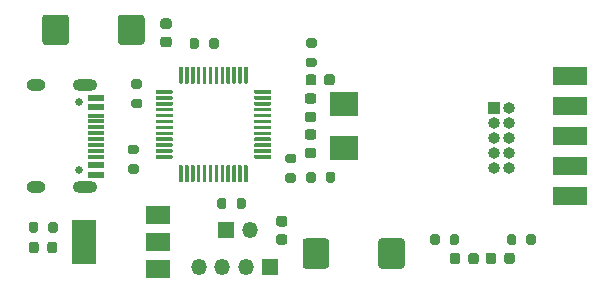
<source format=gbr>
%TF.GenerationSoftware,KiCad,Pcbnew,(5.1.9-0-10_14)*%
%TF.CreationDate,2021-03-11T22:52:10+08:00*%
%TF.ProjectId,stlinkv21,73746c69-6e6b-4763-9231-2e6b69636164,rev?*%
%TF.SameCoordinates,Original*%
%TF.FileFunction,Soldermask,Top*%
%TF.FilePolarity,Negative*%
%FSLAX46Y46*%
G04 Gerber Fmt 4.6, Leading zero omitted, Abs format (unit mm)*
G04 Created by KiCad (PCBNEW (5.1.9-0-10_14)) date 2021-03-11 22:52:10*
%MOMM*%
%LPD*%
G01*
G04 APERTURE LIST*
%ADD10R,2.400000X2.000000*%
%ADD11R,2.000000X1.500000*%
%ADD12R,2.000000X3.800000*%
%ADD13R,2.999994X1.519936*%
%ADD14O,1.350000X1.350000*%
%ADD15R,1.350000X1.350000*%
%ADD16O,1.000000X1.000000*%
%ADD17R,1.000000X1.000000*%
%ADD18R,1.450000X0.600000*%
%ADD19R,1.450000X0.300000*%
%ADD20O,2.100000X1.000000*%
%ADD21C,0.650000*%
%ADD22O,1.600000X1.000000*%
G04 APERTURE END LIST*
%TO.C,C6*%
G36*
G01*
X130955000Y-98205001D02*
X130955000Y-96154999D01*
G75*
G02*
X131204999Y-95905000I249999J0D01*
G01*
X132955001Y-95905000D01*
G75*
G02*
X133205000Y-96154999I0J-249999D01*
G01*
X133205000Y-98205001D01*
G75*
G02*
X132955001Y-98455000I-249999J0D01*
G01*
X131204999Y-98455000D01*
G75*
G02*
X130955000Y-98205001I0J249999D01*
G01*
G37*
G36*
G01*
X124555000Y-98205001D02*
X124555000Y-96154999D01*
G75*
G02*
X124804999Y-95905000I249999J0D01*
G01*
X126555001Y-95905000D01*
G75*
G02*
X126805000Y-96154999I0J-249999D01*
G01*
X126805000Y-98205001D01*
G75*
G02*
X126555001Y-98455000I-249999J0D01*
G01*
X124804999Y-98455000D01*
G75*
G02*
X124555000Y-98205001I0J249999D01*
G01*
G37*
%TD*%
%TO.C,C4*%
G36*
G01*
X108915000Y-79265001D02*
X108915000Y-77214999D01*
G75*
G02*
X109164999Y-76965000I249999J0D01*
G01*
X110915001Y-76965000D01*
G75*
G02*
X111165000Y-77214999I0J-249999D01*
G01*
X111165000Y-79265001D01*
G75*
G02*
X110915001Y-79515000I-249999J0D01*
G01*
X109164999Y-79515000D01*
G75*
G02*
X108915000Y-79265001I0J249999D01*
G01*
G37*
G36*
G01*
X102515000Y-79265001D02*
X102515000Y-77214999D01*
G75*
G02*
X102764999Y-76965000I249999J0D01*
G01*
X104515001Y-76965000D01*
G75*
G02*
X104765000Y-77214999I0J-249999D01*
G01*
X104765000Y-79265001D01*
G75*
G02*
X104515001Y-79515000I-249999J0D01*
G01*
X102764999Y-79515000D01*
G75*
G02*
X102515000Y-79265001I0J249999D01*
G01*
G37*
%TD*%
D10*
%TO.C,Y1*%
X128016000Y-84510000D03*
X128016000Y-88210000D03*
%TD*%
%TO.C,R12*%
G36*
G01*
X109945000Y-89615000D02*
X110495000Y-89615000D01*
G75*
G02*
X110695000Y-89815000I0J-200000D01*
G01*
X110695000Y-90215000D01*
G75*
G02*
X110495000Y-90415000I-200000J0D01*
G01*
X109945000Y-90415000D01*
G75*
G02*
X109745000Y-90215000I0J200000D01*
G01*
X109745000Y-89815000D01*
G75*
G02*
X109945000Y-89615000I200000J0D01*
G01*
G37*
G36*
G01*
X109945000Y-87965000D02*
X110495000Y-87965000D01*
G75*
G02*
X110695000Y-88165000I0J-200000D01*
G01*
X110695000Y-88565000D01*
G75*
G02*
X110495000Y-88765000I-200000J0D01*
G01*
X109945000Y-88765000D01*
G75*
G02*
X109745000Y-88565000I0J200000D01*
G01*
X109745000Y-88165000D01*
G75*
G02*
X109945000Y-87965000I200000J0D01*
G01*
G37*
%TD*%
%TO.C,R11*%
G36*
G01*
X125555000Y-79755000D02*
X125005000Y-79755000D01*
G75*
G02*
X124805000Y-79555000I0J200000D01*
G01*
X124805000Y-79155000D01*
G75*
G02*
X125005000Y-78955000I200000J0D01*
G01*
X125555000Y-78955000D01*
G75*
G02*
X125755000Y-79155000I0J-200000D01*
G01*
X125755000Y-79555000D01*
G75*
G02*
X125555000Y-79755000I-200000J0D01*
G01*
G37*
G36*
G01*
X125555000Y-81405000D02*
X125005000Y-81405000D01*
G75*
G02*
X124805000Y-81205000I0J200000D01*
G01*
X124805000Y-80805000D01*
G75*
G02*
X125005000Y-80605000I200000J0D01*
G01*
X125555000Y-80605000D01*
G75*
G02*
X125755000Y-80805000I0J-200000D01*
G01*
X125755000Y-81205000D01*
G75*
G02*
X125555000Y-81405000I-200000J0D01*
G01*
G37*
%TD*%
%TO.C,R10*%
G36*
G01*
X110225000Y-84085000D02*
X110775000Y-84085000D01*
G75*
G02*
X110975000Y-84285000I0J-200000D01*
G01*
X110975000Y-84685000D01*
G75*
G02*
X110775000Y-84885000I-200000J0D01*
G01*
X110225000Y-84885000D01*
G75*
G02*
X110025000Y-84685000I0J200000D01*
G01*
X110025000Y-84285000D01*
G75*
G02*
X110225000Y-84085000I200000J0D01*
G01*
G37*
G36*
G01*
X110225000Y-82435000D02*
X110775000Y-82435000D01*
G75*
G02*
X110975000Y-82635000I0J-200000D01*
G01*
X110975000Y-83035000D01*
G75*
G02*
X110775000Y-83235000I-200000J0D01*
G01*
X110225000Y-83235000D01*
G75*
G02*
X110025000Y-83035000I0J200000D01*
G01*
X110025000Y-82635000D01*
G75*
G02*
X110225000Y-82435000I200000J0D01*
G01*
G37*
%TD*%
%TO.C,R9*%
G36*
G01*
X123265000Y-90395000D02*
X123815000Y-90395000D01*
G75*
G02*
X124015000Y-90595000I0J-200000D01*
G01*
X124015000Y-90995000D01*
G75*
G02*
X123815000Y-91195000I-200000J0D01*
G01*
X123265000Y-91195000D01*
G75*
G02*
X123065000Y-90995000I0J200000D01*
G01*
X123065000Y-90595000D01*
G75*
G02*
X123265000Y-90395000I200000J0D01*
G01*
G37*
G36*
G01*
X123265000Y-88745000D02*
X123815000Y-88745000D01*
G75*
G02*
X124015000Y-88945000I0J-200000D01*
G01*
X124015000Y-89345000D01*
G75*
G02*
X123815000Y-89545000I-200000J0D01*
G01*
X123265000Y-89545000D01*
G75*
G02*
X123065000Y-89345000I0J200000D01*
G01*
X123065000Y-88945000D01*
G75*
G02*
X123265000Y-88745000I200000J0D01*
G01*
G37*
%TD*%
%TO.C,R8*%
G36*
G01*
X126525000Y-90995000D02*
X126525000Y-90445000D01*
G75*
G02*
X126725000Y-90245000I200000J0D01*
G01*
X127125000Y-90245000D01*
G75*
G02*
X127325000Y-90445000I0J-200000D01*
G01*
X127325000Y-90995000D01*
G75*
G02*
X127125000Y-91195000I-200000J0D01*
G01*
X126725000Y-91195000D01*
G75*
G02*
X126525000Y-90995000I0J200000D01*
G01*
G37*
G36*
G01*
X124875000Y-90995000D02*
X124875000Y-90445000D01*
G75*
G02*
X125075000Y-90245000I200000J0D01*
G01*
X125475000Y-90245000D01*
G75*
G02*
X125675000Y-90445000I0J-200000D01*
G01*
X125675000Y-90995000D01*
G75*
G02*
X125475000Y-91195000I-200000J0D01*
G01*
X125075000Y-91195000D01*
G75*
G02*
X124875000Y-90995000I0J200000D01*
G01*
G37*
%TD*%
%TO.C,C7*%
G36*
G01*
X126365000Y-82720000D02*
X126365000Y-82220000D01*
G75*
G02*
X126590000Y-81995000I225000J0D01*
G01*
X127040000Y-81995000D01*
G75*
G02*
X127265000Y-82220000I0J-225000D01*
G01*
X127265000Y-82720000D01*
G75*
G02*
X127040000Y-82945000I-225000J0D01*
G01*
X126590000Y-82945000D01*
G75*
G02*
X126365000Y-82720000I0J225000D01*
G01*
G37*
G36*
G01*
X124815000Y-82720000D02*
X124815000Y-82220000D01*
G75*
G02*
X125040000Y-81995000I225000J0D01*
G01*
X125490000Y-81995000D01*
G75*
G02*
X125715000Y-82220000I0J-225000D01*
G01*
X125715000Y-82720000D01*
G75*
G02*
X125490000Y-82945000I-225000J0D01*
G01*
X125040000Y-82945000D01*
G75*
G02*
X124815000Y-82720000I0J225000D01*
G01*
G37*
%TD*%
%TO.C,C5*%
G36*
G01*
X123030000Y-94895000D02*
X122530000Y-94895000D01*
G75*
G02*
X122305000Y-94670000I0J225000D01*
G01*
X122305000Y-94220000D01*
G75*
G02*
X122530000Y-93995000I225000J0D01*
G01*
X123030000Y-93995000D01*
G75*
G02*
X123255000Y-94220000I0J-225000D01*
G01*
X123255000Y-94670000D01*
G75*
G02*
X123030000Y-94895000I-225000J0D01*
G01*
G37*
G36*
G01*
X123030000Y-96445000D02*
X122530000Y-96445000D01*
G75*
G02*
X122305000Y-96220000I0J225000D01*
G01*
X122305000Y-95770000D01*
G75*
G02*
X122530000Y-95545000I225000J0D01*
G01*
X123030000Y-95545000D01*
G75*
G02*
X123255000Y-95770000I0J-225000D01*
G01*
X123255000Y-96220000D01*
G75*
G02*
X123030000Y-96445000I-225000J0D01*
G01*
G37*
%TD*%
%TO.C,C3*%
G36*
G01*
X113240000Y-78175000D02*
X112740000Y-78175000D01*
G75*
G02*
X112515000Y-77950000I0J225000D01*
G01*
X112515000Y-77500000D01*
G75*
G02*
X112740000Y-77275000I225000J0D01*
G01*
X113240000Y-77275000D01*
G75*
G02*
X113465000Y-77500000I0J-225000D01*
G01*
X113465000Y-77950000D01*
G75*
G02*
X113240000Y-78175000I-225000J0D01*
G01*
G37*
G36*
G01*
X113240000Y-79725000D02*
X112740000Y-79725000D01*
G75*
G02*
X112515000Y-79500000I0J225000D01*
G01*
X112515000Y-79050000D01*
G75*
G02*
X112740000Y-78825000I225000J0D01*
G01*
X113240000Y-78825000D01*
G75*
G02*
X113465000Y-79050000I0J-225000D01*
G01*
X113465000Y-79500000D01*
G75*
G02*
X113240000Y-79725000I-225000J0D01*
G01*
G37*
%TD*%
%TO.C,C2*%
G36*
G01*
X124972000Y-85161000D02*
X125472000Y-85161000D01*
G75*
G02*
X125697000Y-85386000I0J-225000D01*
G01*
X125697000Y-85836000D01*
G75*
G02*
X125472000Y-86061000I-225000J0D01*
G01*
X124972000Y-86061000D01*
G75*
G02*
X124747000Y-85836000I0J225000D01*
G01*
X124747000Y-85386000D01*
G75*
G02*
X124972000Y-85161000I225000J0D01*
G01*
G37*
G36*
G01*
X124972000Y-83611000D02*
X125472000Y-83611000D01*
G75*
G02*
X125697000Y-83836000I0J-225000D01*
G01*
X125697000Y-84286000D01*
G75*
G02*
X125472000Y-84511000I-225000J0D01*
G01*
X124972000Y-84511000D01*
G75*
G02*
X124747000Y-84286000I0J225000D01*
G01*
X124747000Y-83836000D01*
G75*
G02*
X124972000Y-83611000I225000J0D01*
G01*
G37*
%TD*%
%TO.C,C1*%
G36*
G01*
X125472000Y-87559000D02*
X124972000Y-87559000D01*
G75*
G02*
X124747000Y-87334000I0J225000D01*
G01*
X124747000Y-86884000D01*
G75*
G02*
X124972000Y-86659000I225000J0D01*
G01*
X125472000Y-86659000D01*
G75*
G02*
X125697000Y-86884000I0J-225000D01*
G01*
X125697000Y-87334000D01*
G75*
G02*
X125472000Y-87559000I-225000J0D01*
G01*
G37*
G36*
G01*
X125472000Y-89109000D02*
X124972000Y-89109000D01*
G75*
G02*
X124747000Y-88884000I0J225000D01*
G01*
X124747000Y-88434000D01*
G75*
G02*
X124972000Y-88209000I225000J0D01*
G01*
X125472000Y-88209000D01*
G75*
G02*
X125697000Y-88434000I0J-225000D01*
G01*
X125697000Y-88884000D01*
G75*
G02*
X125472000Y-89109000I-225000J0D01*
G01*
G37*
%TD*%
%TO.C,U1*%
G36*
G01*
X119900000Y-89750000D02*
X119900000Y-91075000D01*
G75*
G02*
X119825000Y-91150000I-75000J0D01*
G01*
X119675000Y-91150000D01*
G75*
G02*
X119600000Y-91075000I0J75000D01*
G01*
X119600000Y-89750000D01*
G75*
G02*
X119675000Y-89675000I75000J0D01*
G01*
X119825000Y-89675000D01*
G75*
G02*
X119900000Y-89750000I0J-75000D01*
G01*
G37*
G36*
G01*
X119400000Y-89750000D02*
X119400000Y-91075000D01*
G75*
G02*
X119325000Y-91150000I-75000J0D01*
G01*
X119175000Y-91150000D01*
G75*
G02*
X119100000Y-91075000I0J75000D01*
G01*
X119100000Y-89750000D01*
G75*
G02*
X119175000Y-89675000I75000J0D01*
G01*
X119325000Y-89675000D01*
G75*
G02*
X119400000Y-89750000I0J-75000D01*
G01*
G37*
G36*
G01*
X118900000Y-89750000D02*
X118900000Y-91075000D01*
G75*
G02*
X118825000Y-91150000I-75000J0D01*
G01*
X118675000Y-91150000D01*
G75*
G02*
X118600000Y-91075000I0J75000D01*
G01*
X118600000Y-89750000D01*
G75*
G02*
X118675000Y-89675000I75000J0D01*
G01*
X118825000Y-89675000D01*
G75*
G02*
X118900000Y-89750000I0J-75000D01*
G01*
G37*
G36*
G01*
X118400000Y-89750000D02*
X118400000Y-91075000D01*
G75*
G02*
X118325000Y-91150000I-75000J0D01*
G01*
X118175000Y-91150000D01*
G75*
G02*
X118100000Y-91075000I0J75000D01*
G01*
X118100000Y-89750000D01*
G75*
G02*
X118175000Y-89675000I75000J0D01*
G01*
X118325000Y-89675000D01*
G75*
G02*
X118400000Y-89750000I0J-75000D01*
G01*
G37*
G36*
G01*
X117900000Y-89750000D02*
X117900000Y-91075000D01*
G75*
G02*
X117825000Y-91150000I-75000J0D01*
G01*
X117675000Y-91150000D01*
G75*
G02*
X117600000Y-91075000I0J75000D01*
G01*
X117600000Y-89750000D01*
G75*
G02*
X117675000Y-89675000I75000J0D01*
G01*
X117825000Y-89675000D01*
G75*
G02*
X117900000Y-89750000I0J-75000D01*
G01*
G37*
G36*
G01*
X117400000Y-89750000D02*
X117400000Y-91075000D01*
G75*
G02*
X117325000Y-91150000I-75000J0D01*
G01*
X117175000Y-91150000D01*
G75*
G02*
X117100000Y-91075000I0J75000D01*
G01*
X117100000Y-89750000D01*
G75*
G02*
X117175000Y-89675000I75000J0D01*
G01*
X117325000Y-89675000D01*
G75*
G02*
X117400000Y-89750000I0J-75000D01*
G01*
G37*
G36*
G01*
X116900000Y-89750000D02*
X116900000Y-91075000D01*
G75*
G02*
X116825000Y-91150000I-75000J0D01*
G01*
X116675000Y-91150000D01*
G75*
G02*
X116600000Y-91075000I0J75000D01*
G01*
X116600000Y-89750000D01*
G75*
G02*
X116675000Y-89675000I75000J0D01*
G01*
X116825000Y-89675000D01*
G75*
G02*
X116900000Y-89750000I0J-75000D01*
G01*
G37*
G36*
G01*
X116400000Y-89750000D02*
X116400000Y-91075000D01*
G75*
G02*
X116325000Y-91150000I-75000J0D01*
G01*
X116175000Y-91150000D01*
G75*
G02*
X116100000Y-91075000I0J75000D01*
G01*
X116100000Y-89750000D01*
G75*
G02*
X116175000Y-89675000I75000J0D01*
G01*
X116325000Y-89675000D01*
G75*
G02*
X116400000Y-89750000I0J-75000D01*
G01*
G37*
G36*
G01*
X115900000Y-89750000D02*
X115900000Y-91075000D01*
G75*
G02*
X115825000Y-91150000I-75000J0D01*
G01*
X115675000Y-91150000D01*
G75*
G02*
X115600000Y-91075000I0J75000D01*
G01*
X115600000Y-89750000D01*
G75*
G02*
X115675000Y-89675000I75000J0D01*
G01*
X115825000Y-89675000D01*
G75*
G02*
X115900000Y-89750000I0J-75000D01*
G01*
G37*
G36*
G01*
X115400000Y-89750000D02*
X115400000Y-91075000D01*
G75*
G02*
X115325000Y-91150000I-75000J0D01*
G01*
X115175000Y-91150000D01*
G75*
G02*
X115100000Y-91075000I0J75000D01*
G01*
X115100000Y-89750000D01*
G75*
G02*
X115175000Y-89675000I75000J0D01*
G01*
X115325000Y-89675000D01*
G75*
G02*
X115400000Y-89750000I0J-75000D01*
G01*
G37*
G36*
G01*
X114900000Y-89750000D02*
X114900000Y-91075000D01*
G75*
G02*
X114825000Y-91150000I-75000J0D01*
G01*
X114675000Y-91150000D01*
G75*
G02*
X114600000Y-91075000I0J75000D01*
G01*
X114600000Y-89750000D01*
G75*
G02*
X114675000Y-89675000I75000J0D01*
G01*
X114825000Y-89675000D01*
G75*
G02*
X114900000Y-89750000I0J-75000D01*
G01*
G37*
G36*
G01*
X114400000Y-89750000D02*
X114400000Y-91075000D01*
G75*
G02*
X114325000Y-91150000I-75000J0D01*
G01*
X114175000Y-91150000D01*
G75*
G02*
X114100000Y-91075000I0J75000D01*
G01*
X114100000Y-89750000D01*
G75*
G02*
X114175000Y-89675000I75000J0D01*
G01*
X114325000Y-89675000D01*
G75*
G02*
X114400000Y-89750000I0J-75000D01*
G01*
G37*
G36*
G01*
X113575000Y-88925000D02*
X113575000Y-89075000D01*
G75*
G02*
X113500000Y-89150000I-75000J0D01*
G01*
X112175000Y-89150000D01*
G75*
G02*
X112100000Y-89075000I0J75000D01*
G01*
X112100000Y-88925000D01*
G75*
G02*
X112175000Y-88850000I75000J0D01*
G01*
X113500000Y-88850000D01*
G75*
G02*
X113575000Y-88925000I0J-75000D01*
G01*
G37*
G36*
G01*
X113575000Y-88425000D02*
X113575000Y-88575000D01*
G75*
G02*
X113500000Y-88650000I-75000J0D01*
G01*
X112175000Y-88650000D01*
G75*
G02*
X112100000Y-88575000I0J75000D01*
G01*
X112100000Y-88425000D01*
G75*
G02*
X112175000Y-88350000I75000J0D01*
G01*
X113500000Y-88350000D01*
G75*
G02*
X113575000Y-88425000I0J-75000D01*
G01*
G37*
G36*
G01*
X113575000Y-87925000D02*
X113575000Y-88075000D01*
G75*
G02*
X113500000Y-88150000I-75000J0D01*
G01*
X112175000Y-88150000D01*
G75*
G02*
X112100000Y-88075000I0J75000D01*
G01*
X112100000Y-87925000D01*
G75*
G02*
X112175000Y-87850000I75000J0D01*
G01*
X113500000Y-87850000D01*
G75*
G02*
X113575000Y-87925000I0J-75000D01*
G01*
G37*
G36*
G01*
X113575000Y-87425000D02*
X113575000Y-87575000D01*
G75*
G02*
X113500000Y-87650000I-75000J0D01*
G01*
X112175000Y-87650000D01*
G75*
G02*
X112100000Y-87575000I0J75000D01*
G01*
X112100000Y-87425000D01*
G75*
G02*
X112175000Y-87350000I75000J0D01*
G01*
X113500000Y-87350000D01*
G75*
G02*
X113575000Y-87425000I0J-75000D01*
G01*
G37*
G36*
G01*
X113575000Y-86925000D02*
X113575000Y-87075000D01*
G75*
G02*
X113500000Y-87150000I-75000J0D01*
G01*
X112175000Y-87150000D01*
G75*
G02*
X112100000Y-87075000I0J75000D01*
G01*
X112100000Y-86925000D01*
G75*
G02*
X112175000Y-86850000I75000J0D01*
G01*
X113500000Y-86850000D01*
G75*
G02*
X113575000Y-86925000I0J-75000D01*
G01*
G37*
G36*
G01*
X113575000Y-86425000D02*
X113575000Y-86575000D01*
G75*
G02*
X113500000Y-86650000I-75000J0D01*
G01*
X112175000Y-86650000D01*
G75*
G02*
X112100000Y-86575000I0J75000D01*
G01*
X112100000Y-86425000D01*
G75*
G02*
X112175000Y-86350000I75000J0D01*
G01*
X113500000Y-86350000D01*
G75*
G02*
X113575000Y-86425000I0J-75000D01*
G01*
G37*
G36*
G01*
X113575000Y-85925000D02*
X113575000Y-86075000D01*
G75*
G02*
X113500000Y-86150000I-75000J0D01*
G01*
X112175000Y-86150000D01*
G75*
G02*
X112100000Y-86075000I0J75000D01*
G01*
X112100000Y-85925000D01*
G75*
G02*
X112175000Y-85850000I75000J0D01*
G01*
X113500000Y-85850000D01*
G75*
G02*
X113575000Y-85925000I0J-75000D01*
G01*
G37*
G36*
G01*
X113575000Y-85425000D02*
X113575000Y-85575000D01*
G75*
G02*
X113500000Y-85650000I-75000J0D01*
G01*
X112175000Y-85650000D01*
G75*
G02*
X112100000Y-85575000I0J75000D01*
G01*
X112100000Y-85425000D01*
G75*
G02*
X112175000Y-85350000I75000J0D01*
G01*
X113500000Y-85350000D01*
G75*
G02*
X113575000Y-85425000I0J-75000D01*
G01*
G37*
G36*
G01*
X113575000Y-84925000D02*
X113575000Y-85075000D01*
G75*
G02*
X113500000Y-85150000I-75000J0D01*
G01*
X112175000Y-85150000D01*
G75*
G02*
X112100000Y-85075000I0J75000D01*
G01*
X112100000Y-84925000D01*
G75*
G02*
X112175000Y-84850000I75000J0D01*
G01*
X113500000Y-84850000D01*
G75*
G02*
X113575000Y-84925000I0J-75000D01*
G01*
G37*
G36*
G01*
X113575000Y-84425000D02*
X113575000Y-84575000D01*
G75*
G02*
X113500000Y-84650000I-75000J0D01*
G01*
X112175000Y-84650000D01*
G75*
G02*
X112100000Y-84575000I0J75000D01*
G01*
X112100000Y-84425000D01*
G75*
G02*
X112175000Y-84350000I75000J0D01*
G01*
X113500000Y-84350000D01*
G75*
G02*
X113575000Y-84425000I0J-75000D01*
G01*
G37*
G36*
G01*
X113575000Y-83925000D02*
X113575000Y-84075000D01*
G75*
G02*
X113500000Y-84150000I-75000J0D01*
G01*
X112175000Y-84150000D01*
G75*
G02*
X112100000Y-84075000I0J75000D01*
G01*
X112100000Y-83925000D01*
G75*
G02*
X112175000Y-83850000I75000J0D01*
G01*
X113500000Y-83850000D01*
G75*
G02*
X113575000Y-83925000I0J-75000D01*
G01*
G37*
G36*
G01*
X113575000Y-83425000D02*
X113575000Y-83575000D01*
G75*
G02*
X113500000Y-83650000I-75000J0D01*
G01*
X112175000Y-83650000D01*
G75*
G02*
X112100000Y-83575000I0J75000D01*
G01*
X112100000Y-83425000D01*
G75*
G02*
X112175000Y-83350000I75000J0D01*
G01*
X113500000Y-83350000D01*
G75*
G02*
X113575000Y-83425000I0J-75000D01*
G01*
G37*
G36*
G01*
X114400000Y-81425000D02*
X114400000Y-82750000D01*
G75*
G02*
X114325000Y-82825000I-75000J0D01*
G01*
X114175000Y-82825000D01*
G75*
G02*
X114100000Y-82750000I0J75000D01*
G01*
X114100000Y-81425000D01*
G75*
G02*
X114175000Y-81350000I75000J0D01*
G01*
X114325000Y-81350000D01*
G75*
G02*
X114400000Y-81425000I0J-75000D01*
G01*
G37*
G36*
G01*
X114900000Y-81425000D02*
X114900000Y-82750000D01*
G75*
G02*
X114825000Y-82825000I-75000J0D01*
G01*
X114675000Y-82825000D01*
G75*
G02*
X114600000Y-82750000I0J75000D01*
G01*
X114600000Y-81425000D01*
G75*
G02*
X114675000Y-81350000I75000J0D01*
G01*
X114825000Y-81350000D01*
G75*
G02*
X114900000Y-81425000I0J-75000D01*
G01*
G37*
G36*
G01*
X115400000Y-81425000D02*
X115400000Y-82750000D01*
G75*
G02*
X115325000Y-82825000I-75000J0D01*
G01*
X115175000Y-82825000D01*
G75*
G02*
X115100000Y-82750000I0J75000D01*
G01*
X115100000Y-81425000D01*
G75*
G02*
X115175000Y-81350000I75000J0D01*
G01*
X115325000Y-81350000D01*
G75*
G02*
X115400000Y-81425000I0J-75000D01*
G01*
G37*
G36*
G01*
X115900000Y-81425000D02*
X115900000Y-82750000D01*
G75*
G02*
X115825000Y-82825000I-75000J0D01*
G01*
X115675000Y-82825000D01*
G75*
G02*
X115600000Y-82750000I0J75000D01*
G01*
X115600000Y-81425000D01*
G75*
G02*
X115675000Y-81350000I75000J0D01*
G01*
X115825000Y-81350000D01*
G75*
G02*
X115900000Y-81425000I0J-75000D01*
G01*
G37*
G36*
G01*
X116400000Y-81425000D02*
X116400000Y-82750000D01*
G75*
G02*
X116325000Y-82825000I-75000J0D01*
G01*
X116175000Y-82825000D01*
G75*
G02*
X116100000Y-82750000I0J75000D01*
G01*
X116100000Y-81425000D01*
G75*
G02*
X116175000Y-81350000I75000J0D01*
G01*
X116325000Y-81350000D01*
G75*
G02*
X116400000Y-81425000I0J-75000D01*
G01*
G37*
G36*
G01*
X116900000Y-81425000D02*
X116900000Y-82750000D01*
G75*
G02*
X116825000Y-82825000I-75000J0D01*
G01*
X116675000Y-82825000D01*
G75*
G02*
X116600000Y-82750000I0J75000D01*
G01*
X116600000Y-81425000D01*
G75*
G02*
X116675000Y-81350000I75000J0D01*
G01*
X116825000Y-81350000D01*
G75*
G02*
X116900000Y-81425000I0J-75000D01*
G01*
G37*
G36*
G01*
X117400000Y-81425000D02*
X117400000Y-82750000D01*
G75*
G02*
X117325000Y-82825000I-75000J0D01*
G01*
X117175000Y-82825000D01*
G75*
G02*
X117100000Y-82750000I0J75000D01*
G01*
X117100000Y-81425000D01*
G75*
G02*
X117175000Y-81350000I75000J0D01*
G01*
X117325000Y-81350000D01*
G75*
G02*
X117400000Y-81425000I0J-75000D01*
G01*
G37*
G36*
G01*
X117900000Y-81425000D02*
X117900000Y-82750000D01*
G75*
G02*
X117825000Y-82825000I-75000J0D01*
G01*
X117675000Y-82825000D01*
G75*
G02*
X117600000Y-82750000I0J75000D01*
G01*
X117600000Y-81425000D01*
G75*
G02*
X117675000Y-81350000I75000J0D01*
G01*
X117825000Y-81350000D01*
G75*
G02*
X117900000Y-81425000I0J-75000D01*
G01*
G37*
G36*
G01*
X118400000Y-81425000D02*
X118400000Y-82750000D01*
G75*
G02*
X118325000Y-82825000I-75000J0D01*
G01*
X118175000Y-82825000D01*
G75*
G02*
X118100000Y-82750000I0J75000D01*
G01*
X118100000Y-81425000D01*
G75*
G02*
X118175000Y-81350000I75000J0D01*
G01*
X118325000Y-81350000D01*
G75*
G02*
X118400000Y-81425000I0J-75000D01*
G01*
G37*
G36*
G01*
X118900000Y-81425000D02*
X118900000Y-82750000D01*
G75*
G02*
X118825000Y-82825000I-75000J0D01*
G01*
X118675000Y-82825000D01*
G75*
G02*
X118600000Y-82750000I0J75000D01*
G01*
X118600000Y-81425000D01*
G75*
G02*
X118675000Y-81350000I75000J0D01*
G01*
X118825000Y-81350000D01*
G75*
G02*
X118900000Y-81425000I0J-75000D01*
G01*
G37*
G36*
G01*
X119400000Y-81425000D02*
X119400000Y-82750000D01*
G75*
G02*
X119325000Y-82825000I-75000J0D01*
G01*
X119175000Y-82825000D01*
G75*
G02*
X119100000Y-82750000I0J75000D01*
G01*
X119100000Y-81425000D01*
G75*
G02*
X119175000Y-81350000I75000J0D01*
G01*
X119325000Y-81350000D01*
G75*
G02*
X119400000Y-81425000I0J-75000D01*
G01*
G37*
G36*
G01*
X119900000Y-81425000D02*
X119900000Y-82750000D01*
G75*
G02*
X119825000Y-82825000I-75000J0D01*
G01*
X119675000Y-82825000D01*
G75*
G02*
X119600000Y-82750000I0J75000D01*
G01*
X119600000Y-81425000D01*
G75*
G02*
X119675000Y-81350000I75000J0D01*
G01*
X119825000Y-81350000D01*
G75*
G02*
X119900000Y-81425000I0J-75000D01*
G01*
G37*
G36*
G01*
X121900000Y-83425000D02*
X121900000Y-83575000D01*
G75*
G02*
X121825000Y-83650000I-75000J0D01*
G01*
X120500000Y-83650000D01*
G75*
G02*
X120425000Y-83575000I0J75000D01*
G01*
X120425000Y-83425000D01*
G75*
G02*
X120500000Y-83350000I75000J0D01*
G01*
X121825000Y-83350000D01*
G75*
G02*
X121900000Y-83425000I0J-75000D01*
G01*
G37*
G36*
G01*
X121900000Y-83925000D02*
X121900000Y-84075000D01*
G75*
G02*
X121825000Y-84150000I-75000J0D01*
G01*
X120500000Y-84150000D01*
G75*
G02*
X120425000Y-84075000I0J75000D01*
G01*
X120425000Y-83925000D01*
G75*
G02*
X120500000Y-83850000I75000J0D01*
G01*
X121825000Y-83850000D01*
G75*
G02*
X121900000Y-83925000I0J-75000D01*
G01*
G37*
G36*
G01*
X121900000Y-84425000D02*
X121900000Y-84575000D01*
G75*
G02*
X121825000Y-84650000I-75000J0D01*
G01*
X120500000Y-84650000D01*
G75*
G02*
X120425000Y-84575000I0J75000D01*
G01*
X120425000Y-84425000D01*
G75*
G02*
X120500000Y-84350000I75000J0D01*
G01*
X121825000Y-84350000D01*
G75*
G02*
X121900000Y-84425000I0J-75000D01*
G01*
G37*
G36*
G01*
X121900000Y-84925000D02*
X121900000Y-85075000D01*
G75*
G02*
X121825000Y-85150000I-75000J0D01*
G01*
X120500000Y-85150000D01*
G75*
G02*
X120425000Y-85075000I0J75000D01*
G01*
X120425000Y-84925000D01*
G75*
G02*
X120500000Y-84850000I75000J0D01*
G01*
X121825000Y-84850000D01*
G75*
G02*
X121900000Y-84925000I0J-75000D01*
G01*
G37*
G36*
G01*
X121900000Y-85425000D02*
X121900000Y-85575000D01*
G75*
G02*
X121825000Y-85650000I-75000J0D01*
G01*
X120500000Y-85650000D01*
G75*
G02*
X120425000Y-85575000I0J75000D01*
G01*
X120425000Y-85425000D01*
G75*
G02*
X120500000Y-85350000I75000J0D01*
G01*
X121825000Y-85350000D01*
G75*
G02*
X121900000Y-85425000I0J-75000D01*
G01*
G37*
G36*
G01*
X121900000Y-85925000D02*
X121900000Y-86075000D01*
G75*
G02*
X121825000Y-86150000I-75000J0D01*
G01*
X120500000Y-86150000D01*
G75*
G02*
X120425000Y-86075000I0J75000D01*
G01*
X120425000Y-85925000D01*
G75*
G02*
X120500000Y-85850000I75000J0D01*
G01*
X121825000Y-85850000D01*
G75*
G02*
X121900000Y-85925000I0J-75000D01*
G01*
G37*
G36*
G01*
X121900000Y-86425000D02*
X121900000Y-86575000D01*
G75*
G02*
X121825000Y-86650000I-75000J0D01*
G01*
X120500000Y-86650000D01*
G75*
G02*
X120425000Y-86575000I0J75000D01*
G01*
X120425000Y-86425000D01*
G75*
G02*
X120500000Y-86350000I75000J0D01*
G01*
X121825000Y-86350000D01*
G75*
G02*
X121900000Y-86425000I0J-75000D01*
G01*
G37*
G36*
G01*
X121900000Y-86925000D02*
X121900000Y-87075000D01*
G75*
G02*
X121825000Y-87150000I-75000J0D01*
G01*
X120500000Y-87150000D01*
G75*
G02*
X120425000Y-87075000I0J75000D01*
G01*
X120425000Y-86925000D01*
G75*
G02*
X120500000Y-86850000I75000J0D01*
G01*
X121825000Y-86850000D01*
G75*
G02*
X121900000Y-86925000I0J-75000D01*
G01*
G37*
G36*
G01*
X121900000Y-87425000D02*
X121900000Y-87575000D01*
G75*
G02*
X121825000Y-87650000I-75000J0D01*
G01*
X120500000Y-87650000D01*
G75*
G02*
X120425000Y-87575000I0J75000D01*
G01*
X120425000Y-87425000D01*
G75*
G02*
X120500000Y-87350000I75000J0D01*
G01*
X121825000Y-87350000D01*
G75*
G02*
X121900000Y-87425000I0J-75000D01*
G01*
G37*
G36*
G01*
X121900000Y-87925000D02*
X121900000Y-88075000D01*
G75*
G02*
X121825000Y-88150000I-75000J0D01*
G01*
X120500000Y-88150000D01*
G75*
G02*
X120425000Y-88075000I0J75000D01*
G01*
X120425000Y-87925000D01*
G75*
G02*
X120500000Y-87850000I75000J0D01*
G01*
X121825000Y-87850000D01*
G75*
G02*
X121900000Y-87925000I0J-75000D01*
G01*
G37*
G36*
G01*
X121900000Y-88425000D02*
X121900000Y-88575000D01*
G75*
G02*
X121825000Y-88650000I-75000J0D01*
G01*
X120500000Y-88650000D01*
G75*
G02*
X120425000Y-88575000I0J75000D01*
G01*
X120425000Y-88425000D01*
G75*
G02*
X120500000Y-88350000I75000J0D01*
G01*
X121825000Y-88350000D01*
G75*
G02*
X121900000Y-88425000I0J-75000D01*
G01*
G37*
G36*
G01*
X121900000Y-88925000D02*
X121900000Y-89075000D01*
G75*
G02*
X121825000Y-89150000I-75000J0D01*
G01*
X120500000Y-89150000D01*
G75*
G02*
X120425000Y-89075000I0J75000D01*
G01*
X120425000Y-88925000D01*
G75*
G02*
X120500000Y-88850000I75000J0D01*
G01*
X121825000Y-88850000D01*
G75*
G02*
X121900000Y-88925000I0J-75000D01*
G01*
G37*
%TD*%
%TO.C,R5*%
G36*
G01*
X103015000Y-95225000D02*
X103015000Y-94675000D01*
G75*
G02*
X103215000Y-94475000I200000J0D01*
G01*
X103615000Y-94475000D01*
G75*
G02*
X103815000Y-94675000I0J-200000D01*
G01*
X103815000Y-95225000D01*
G75*
G02*
X103615000Y-95425000I-200000J0D01*
G01*
X103215000Y-95425000D01*
G75*
G02*
X103015000Y-95225000I0J200000D01*
G01*
G37*
G36*
G01*
X101365000Y-95225000D02*
X101365000Y-94675000D01*
G75*
G02*
X101565000Y-94475000I200000J0D01*
G01*
X101965000Y-94475000D01*
G75*
G02*
X102165000Y-94675000I0J-200000D01*
G01*
X102165000Y-95225000D01*
G75*
G02*
X101965000Y-95425000I-200000J0D01*
G01*
X101565000Y-95425000D01*
G75*
G02*
X101365000Y-95225000I0J200000D01*
G01*
G37*
%TD*%
%TO.C,R4*%
G36*
G01*
X136995000Y-96285000D02*
X136995000Y-95735000D01*
G75*
G02*
X137195000Y-95535000I200000J0D01*
G01*
X137595000Y-95535000D01*
G75*
G02*
X137795000Y-95735000I0J-200000D01*
G01*
X137795000Y-96285000D01*
G75*
G02*
X137595000Y-96485000I-200000J0D01*
G01*
X137195000Y-96485000D01*
G75*
G02*
X136995000Y-96285000I0J200000D01*
G01*
G37*
G36*
G01*
X135345000Y-96285000D02*
X135345000Y-95735000D01*
G75*
G02*
X135545000Y-95535000I200000J0D01*
G01*
X135945000Y-95535000D01*
G75*
G02*
X136145000Y-95735000I0J-200000D01*
G01*
X136145000Y-96285000D01*
G75*
G02*
X135945000Y-96485000I-200000J0D01*
G01*
X135545000Y-96485000D01*
G75*
G02*
X135345000Y-96285000I0J200000D01*
G01*
G37*
%TD*%
%TO.C,R3*%
G36*
G01*
X142655000Y-95735000D02*
X142655000Y-96285000D01*
G75*
G02*
X142455000Y-96485000I-200000J0D01*
G01*
X142055000Y-96485000D01*
G75*
G02*
X141855000Y-96285000I0J200000D01*
G01*
X141855000Y-95735000D01*
G75*
G02*
X142055000Y-95535000I200000J0D01*
G01*
X142455000Y-95535000D01*
G75*
G02*
X142655000Y-95735000I0J-200000D01*
G01*
G37*
G36*
G01*
X144305000Y-95735000D02*
X144305000Y-96285000D01*
G75*
G02*
X144105000Y-96485000I-200000J0D01*
G01*
X143705000Y-96485000D01*
G75*
G02*
X143505000Y-96285000I0J200000D01*
G01*
X143505000Y-95735000D01*
G75*
G02*
X143705000Y-95535000I200000J0D01*
G01*
X144105000Y-95535000D01*
G75*
G02*
X144305000Y-95735000I0J-200000D01*
G01*
G37*
%TD*%
%TO.C,D3*%
G36*
G01*
X102220000Y-96413750D02*
X102220000Y-96926250D01*
G75*
G02*
X102001250Y-97145000I-218750J0D01*
G01*
X101563750Y-97145000D01*
G75*
G02*
X101345000Y-96926250I0J218750D01*
G01*
X101345000Y-96413750D01*
G75*
G02*
X101563750Y-96195000I218750J0D01*
G01*
X102001250Y-96195000D01*
G75*
G02*
X102220000Y-96413750I0J-218750D01*
G01*
G37*
G36*
G01*
X103795000Y-96413750D02*
X103795000Y-96926250D01*
G75*
G02*
X103576250Y-97145000I-218750J0D01*
G01*
X103138750Y-97145000D01*
G75*
G02*
X102920000Y-96926250I0J218750D01*
G01*
X102920000Y-96413750D01*
G75*
G02*
X103138750Y-96195000I218750J0D01*
G01*
X103576250Y-96195000D01*
G75*
G02*
X103795000Y-96413750I0J-218750D01*
G01*
G37*
%TD*%
%TO.C,D2*%
G36*
G01*
X138590000Y-97876250D02*
X138590000Y-97363750D01*
G75*
G02*
X138808750Y-97145000I218750J0D01*
G01*
X139246250Y-97145000D01*
G75*
G02*
X139465000Y-97363750I0J-218750D01*
G01*
X139465000Y-97876250D01*
G75*
G02*
X139246250Y-98095000I-218750J0D01*
G01*
X138808750Y-98095000D01*
G75*
G02*
X138590000Y-97876250I0J218750D01*
G01*
G37*
G36*
G01*
X137015000Y-97876250D02*
X137015000Y-97363750D01*
G75*
G02*
X137233750Y-97145000I218750J0D01*
G01*
X137671250Y-97145000D01*
G75*
G02*
X137890000Y-97363750I0J-218750D01*
G01*
X137890000Y-97876250D01*
G75*
G02*
X137671250Y-98095000I-218750J0D01*
G01*
X137233750Y-98095000D01*
G75*
G02*
X137015000Y-97876250I0J218750D01*
G01*
G37*
%TD*%
%TO.C,D1*%
G36*
G01*
X140930000Y-97333750D02*
X140930000Y-97846250D01*
G75*
G02*
X140711250Y-98065000I-218750J0D01*
G01*
X140273750Y-98065000D01*
G75*
G02*
X140055000Y-97846250I0J218750D01*
G01*
X140055000Y-97333750D01*
G75*
G02*
X140273750Y-97115000I218750J0D01*
G01*
X140711250Y-97115000D01*
G75*
G02*
X140930000Y-97333750I0J-218750D01*
G01*
G37*
G36*
G01*
X142505000Y-97333750D02*
X142505000Y-97846250D01*
G75*
G02*
X142286250Y-98065000I-218750J0D01*
G01*
X141848750Y-98065000D01*
G75*
G02*
X141630000Y-97846250I0J218750D01*
G01*
X141630000Y-97333750D01*
G75*
G02*
X141848750Y-97115000I218750J0D01*
G01*
X142286250Y-97115000D01*
G75*
G02*
X142505000Y-97333750I0J-218750D01*
G01*
G37*
%TD*%
D11*
%TO.C,U3*%
X112330000Y-98520000D03*
X112330000Y-93920000D03*
X112330000Y-96220000D03*
D12*
X106030000Y-96220000D03*
%TD*%
D13*
%TO.C,J4*%
X147199394Y-82169746D03*
X147199394Y-84709746D03*
X147199394Y-87249746D03*
X147199394Y-89789746D03*
X147199394Y-92329746D03*
%TD*%
D14*
%TO.C,J3*%
X115750000Y-98300000D03*
X117750000Y-98300000D03*
X119750000Y-98300000D03*
D15*
X121750000Y-98300000D03*
%TD*%
D16*
%TO.C,CON1*%
X140735000Y-89910000D03*
X142005000Y-89910000D03*
X140735000Y-88640000D03*
X142005000Y-88640000D03*
X140735000Y-87370000D03*
X142005000Y-87370000D03*
X140735000Y-86100000D03*
X142005000Y-86100000D03*
X142005000Y-84830000D03*
D17*
X140735000Y-84830000D03*
%TD*%
%TO.C,R2*%
G36*
G01*
X115785000Y-79125000D02*
X115785000Y-79675000D01*
G75*
G02*
X115585000Y-79875000I-200000J0D01*
G01*
X115185000Y-79875000D01*
G75*
G02*
X114985000Y-79675000I0J200000D01*
G01*
X114985000Y-79125000D01*
G75*
G02*
X115185000Y-78925000I200000J0D01*
G01*
X115585000Y-78925000D01*
G75*
G02*
X115785000Y-79125000I0J-200000D01*
G01*
G37*
G36*
G01*
X117435000Y-79125000D02*
X117435000Y-79675000D01*
G75*
G02*
X117235000Y-79875000I-200000J0D01*
G01*
X116835000Y-79875000D01*
G75*
G02*
X116635000Y-79675000I0J200000D01*
G01*
X116635000Y-79125000D01*
G75*
G02*
X116835000Y-78925000I200000J0D01*
G01*
X117235000Y-78925000D01*
G75*
G02*
X117435000Y-79125000I0J-200000D01*
G01*
G37*
%TD*%
%TO.C,R1*%
G36*
G01*
X118955000Y-93205000D02*
X118955000Y-92655000D01*
G75*
G02*
X119155000Y-92455000I200000J0D01*
G01*
X119555000Y-92455000D01*
G75*
G02*
X119755000Y-92655000I0J-200000D01*
G01*
X119755000Y-93205000D01*
G75*
G02*
X119555000Y-93405000I-200000J0D01*
G01*
X119155000Y-93405000D01*
G75*
G02*
X118955000Y-93205000I0J200000D01*
G01*
G37*
G36*
G01*
X117305000Y-93205000D02*
X117305000Y-92655000D01*
G75*
G02*
X117505000Y-92455000I200000J0D01*
G01*
X117905000Y-92455000D01*
G75*
G02*
X118105000Y-92655000I0J-200000D01*
G01*
X118105000Y-93205000D01*
G75*
G02*
X117905000Y-93405000I-200000J0D01*
G01*
X117505000Y-93405000D01*
G75*
G02*
X117305000Y-93205000I0J200000D01*
G01*
G37*
%TD*%
D14*
%TO.C,J2*%
X120070000Y-95230000D03*
D15*
X118070000Y-95230000D03*
%TD*%
D18*
%TO.C,J1*%
X107045000Y-90500000D03*
X107045000Y-89700000D03*
X107045000Y-84800000D03*
X107045000Y-84000000D03*
X107045000Y-84000000D03*
X107045000Y-84800000D03*
X107045000Y-89700000D03*
X107045000Y-90500000D03*
D19*
X107045000Y-85500000D03*
X107045000Y-86000000D03*
X107045000Y-86500000D03*
X107045000Y-87500000D03*
X107045000Y-88000000D03*
X107045000Y-88500000D03*
X107045000Y-89000000D03*
X107045000Y-87000000D03*
D20*
X106130000Y-91570000D03*
X106130000Y-82930000D03*
D21*
X105600000Y-84360000D03*
D22*
X101950000Y-82930000D03*
D21*
X105600000Y-90140000D03*
D22*
X101950000Y-91570000D03*
%TD*%
M02*

</source>
